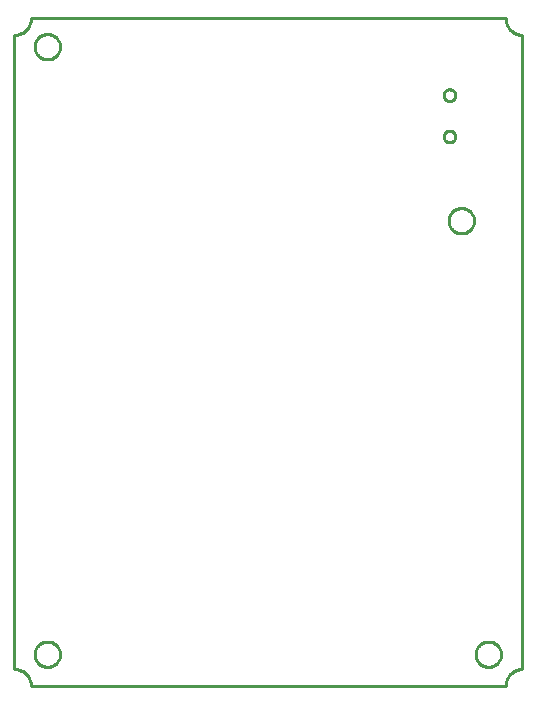
<source format=gbr>
G04 EAGLE Gerber RS-274X export*
G75*
%MOMM*%
%FSLAX34Y34*%
%LPD*%
%IN*%
%IPPOS*%
%AMOC8*
5,1,8,0,0,1.08239X$1,22.5*%
G01*
%ADD10C,0.254000*%


D10*
X0Y14000D02*
X1220Y13947D01*
X2431Y13787D01*
X3623Y13523D01*
X4788Y13156D01*
X5917Y12688D01*
X7000Y12124D01*
X8030Y11468D01*
X8999Y10725D01*
X9900Y9900D01*
X10725Y8999D01*
X11468Y8030D01*
X12124Y7000D01*
X12688Y5917D01*
X13156Y4788D01*
X13523Y3623D01*
X13787Y2431D01*
X13947Y1220D01*
X14000Y0D01*
X416000Y0D01*
X416053Y1220D01*
X416213Y2431D01*
X416477Y3623D01*
X416844Y4788D01*
X417312Y5917D01*
X417876Y7000D01*
X418532Y8030D01*
X419275Y8999D01*
X420101Y9900D01*
X421001Y10725D01*
X421970Y11468D01*
X423000Y12124D01*
X424083Y12688D01*
X425212Y13156D01*
X426377Y13523D01*
X427569Y13787D01*
X428780Y13947D01*
X430000Y14000D01*
X430000Y551000D01*
X428780Y551053D01*
X427569Y551213D01*
X426377Y551477D01*
X425212Y551844D01*
X424083Y552312D01*
X423000Y552876D01*
X421970Y553532D01*
X421001Y554275D01*
X420101Y555101D01*
X419275Y556001D01*
X418532Y556970D01*
X417876Y558000D01*
X417312Y559083D01*
X416844Y560212D01*
X416477Y561377D01*
X416213Y562569D01*
X416053Y563780D01*
X416000Y565000D01*
X14000Y565000D01*
X13947Y563780D01*
X13787Y562569D01*
X13523Y561377D01*
X13156Y560212D01*
X12688Y559083D01*
X12124Y558000D01*
X11468Y556970D01*
X10725Y556001D01*
X9900Y555101D01*
X8999Y554275D01*
X8030Y553532D01*
X7000Y552876D01*
X5917Y552312D01*
X4788Y551844D01*
X3623Y551477D01*
X2431Y551213D01*
X1220Y551053D01*
X0Y551000D01*
X0Y14000D01*
X38690Y26248D02*
X38624Y25406D01*
X38492Y24571D01*
X38294Y23750D01*
X38033Y22946D01*
X37710Y22166D01*
X37327Y21413D01*
X36885Y20693D01*
X36389Y20010D01*
X35840Y19367D01*
X35243Y18770D01*
X34600Y18221D01*
X33917Y17725D01*
X33197Y17283D01*
X32444Y16900D01*
X31664Y16577D01*
X30860Y16316D01*
X30039Y16118D01*
X29205Y15986D01*
X28362Y15920D01*
X27518Y15920D01*
X26676Y15986D01*
X25841Y16118D01*
X25020Y16316D01*
X24216Y16577D01*
X23436Y16900D01*
X22683Y17283D01*
X21963Y17725D01*
X21280Y18221D01*
X20637Y18770D01*
X20040Y19367D01*
X19491Y20010D01*
X18995Y20693D01*
X18553Y21413D01*
X18170Y22166D01*
X17847Y22946D01*
X17586Y23750D01*
X17388Y24571D01*
X17256Y25406D01*
X17190Y26248D01*
X17190Y27092D01*
X17256Y27935D01*
X17388Y28769D01*
X17586Y29590D01*
X17847Y30394D01*
X18170Y31174D01*
X18553Y31927D01*
X18995Y32647D01*
X19491Y33330D01*
X20040Y33973D01*
X20637Y34570D01*
X21280Y35119D01*
X21963Y35615D01*
X22683Y36057D01*
X23436Y36440D01*
X24216Y36763D01*
X25020Y37024D01*
X25841Y37222D01*
X26676Y37354D01*
X27518Y37420D01*
X28362Y37420D01*
X29205Y37354D01*
X30039Y37222D01*
X30860Y37024D01*
X31664Y36763D01*
X32444Y36440D01*
X33197Y36057D01*
X33917Y35615D01*
X34600Y35119D01*
X35243Y34570D01*
X35840Y33973D01*
X36389Y33330D01*
X36885Y32647D01*
X37327Y31927D01*
X37710Y31174D01*
X38033Y30394D01*
X38294Y29590D01*
X38492Y28769D01*
X38624Y27935D01*
X38690Y27092D01*
X38690Y26248D01*
X38690Y540598D02*
X38624Y539756D01*
X38492Y538921D01*
X38294Y538100D01*
X38033Y537296D01*
X37710Y536516D01*
X37327Y535763D01*
X36885Y535043D01*
X36389Y534360D01*
X35840Y533717D01*
X35243Y533120D01*
X34600Y532571D01*
X33917Y532075D01*
X33197Y531633D01*
X32444Y531250D01*
X31664Y530927D01*
X30860Y530666D01*
X30039Y530468D01*
X29205Y530336D01*
X28362Y530270D01*
X27518Y530270D01*
X26676Y530336D01*
X25841Y530468D01*
X25020Y530666D01*
X24216Y530927D01*
X23436Y531250D01*
X22683Y531633D01*
X21963Y532075D01*
X21280Y532571D01*
X20637Y533120D01*
X20040Y533717D01*
X19491Y534360D01*
X18995Y535043D01*
X18553Y535763D01*
X18170Y536516D01*
X17847Y537296D01*
X17586Y538100D01*
X17388Y538921D01*
X17256Y539756D01*
X17190Y540598D01*
X17190Y541442D01*
X17256Y542285D01*
X17388Y543119D01*
X17586Y543940D01*
X17847Y544744D01*
X18170Y545524D01*
X18553Y546277D01*
X18995Y546997D01*
X19491Y547680D01*
X20040Y548323D01*
X20637Y548920D01*
X21280Y549469D01*
X21963Y549965D01*
X22683Y550407D01*
X23436Y550790D01*
X24216Y551113D01*
X25020Y551374D01*
X25841Y551572D01*
X26676Y551704D01*
X27518Y551770D01*
X28362Y551770D01*
X29205Y551704D01*
X30039Y551572D01*
X30860Y551374D01*
X31664Y551113D01*
X32444Y550790D01*
X33197Y550407D01*
X33917Y549965D01*
X34600Y549469D01*
X35243Y548920D01*
X35840Y548323D01*
X36389Y547680D01*
X36885Y546997D01*
X37327Y546277D01*
X37710Y545524D01*
X38033Y544744D01*
X38294Y543940D01*
X38492Y543119D01*
X38624Y542285D01*
X38690Y541442D01*
X38690Y540598D01*
X412070Y26248D02*
X412004Y25406D01*
X411872Y24571D01*
X411674Y23750D01*
X411413Y22946D01*
X411090Y22166D01*
X410707Y21413D01*
X410265Y20693D01*
X409769Y20010D01*
X409220Y19367D01*
X408623Y18770D01*
X407980Y18221D01*
X407297Y17725D01*
X406577Y17283D01*
X405824Y16900D01*
X405044Y16577D01*
X404240Y16316D01*
X403419Y16118D01*
X402585Y15986D01*
X401742Y15920D01*
X400898Y15920D01*
X400056Y15986D01*
X399221Y16118D01*
X398400Y16316D01*
X397596Y16577D01*
X396816Y16900D01*
X396063Y17283D01*
X395343Y17725D01*
X394660Y18221D01*
X394017Y18770D01*
X393420Y19367D01*
X392871Y20010D01*
X392375Y20693D01*
X391933Y21413D01*
X391550Y22166D01*
X391227Y22946D01*
X390966Y23750D01*
X390768Y24571D01*
X390636Y25406D01*
X390570Y26248D01*
X390570Y27092D01*
X390636Y27935D01*
X390768Y28769D01*
X390966Y29590D01*
X391227Y30394D01*
X391550Y31174D01*
X391933Y31927D01*
X392375Y32647D01*
X392871Y33330D01*
X393420Y33973D01*
X394017Y34570D01*
X394660Y35119D01*
X395343Y35615D01*
X396063Y36057D01*
X396816Y36440D01*
X397596Y36763D01*
X398400Y37024D01*
X399221Y37222D01*
X400056Y37354D01*
X400898Y37420D01*
X401742Y37420D01*
X402585Y37354D01*
X403419Y37222D01*
X404240Y37024D01*
X405044Y36763D01*
X405824Y36440D01*
X406577Y36057D01*
X407297Y35615D01*
X407980Y35119D01*
X408623Y34570D01*
X409220Y33973D01*
X409769Y33330D01*
X410265Y32647D01*
X410707Y31927D01*
X411090Y31174D01*
X411413Y30394D01*
X411674Y29590D01*
X411872Y28769D01*
X412004Y27935D01*
X412070Y27092D01*
X412070Y26248D01*
X389210Y393278D02*
X389144Y392436D01*
X389012Y391601D01*
X388814Y390780D01*
X388553Y389976D01*
X388230Y389196D01*
X387847Y388443D01*
X387405Y387723D01*
X386909Y387040D01*
X386360Y386397D01*
X385763Y385800D01*
X385120Y385251D01*
X384437Y384755D01*
X383717Y384313D01*
X382964Y383930D01*
X382184Y383607D01*
X381380Y383346D01*
X380559Y383148D01*
X379725Y383016D01*
X378882Y382950D01*
X378038Y382950D01*
X377196Y383016D01*
X376361Y383148D01*
X375540Y383346D01*
X374736Y383607D01*
X373956Y383930D01*
X373203Y384313D01*
X372483Y384755D01*
X371800Y385251D01*
X371157Y385800D01*
X370560Y386397D01*
X370011Y387040D01*
X369515Y387723D01*
X369073Y388443D01*
X368690Y389196D01*
X368367Y389976D01*
X368106Y390780D01*
X367908Y391601D01*
X367776Y392436D01*
X367710Y393278D01*
X367710Y394122D01*
X367776Y394965D01*
X367908Y395799D01*
X368106Y396620D01*
X368367Y397424D01*
X368690Y398204D01*
X369073Y398957D01*
X369515Y399677D01*
X370011Y400360D01*
X370560Y401003D01*
X371157Y401600D01*
X371800Y402149D01*
X372483Y402645D01*
X373203Y403087D01*
X373956Y403470D01*
X374736Y403793D01*
X375540Y404054D01*
X376361Y404252D01*
X377196Y404384D01*
X378038Y404450D01*
X378882Y404450D01*
X379725Y404384D01*
X380559Y404252D01*
X381380Y404054D01*
X382184Y403793D01*
X382964Y403470D01*
X383717Y403087D01*
X384437Y402645D01*
X385120Y402149D01*
X385763Y401600D01*
X386360Y401003D01*
X386909Y400360D01*
X387405Y399677D01*
X387847Y398957D01*
X388230Y398204D01*
X388553Y397424D01*
X388814Y396620D01*
X389012Y395799D01*
X389144Y394965D01*
X389210Y394122D01*
X389210Y393278D01*
X368741Y469950D02*
X369299Y469887D01*
X369846Y469762D01*
X370376Y469577D01*
X370882Y469333D01*
X371358Y469034D01*
X371797Y468684D01*
X372194Y468287D01*
X372544Y467848D01*
X372843Y467372D01*
X373087Y466866D01*
X373272Y466336D01*
X373397Y465789D01*
X373460Y465231D01*
X373460Y464669D01*
X373397Y464111D01*
X373272Y463564D01*
X373087Y463034D01*
X372843Y462528D01*
X372544Y462052D01*
X372194Y461613D01*
X371797Y461216D01*
X371358Y460866D01*
X370882Y460567D01*
X370376Y460323D01*
X369846Y460138D01*
X369299Y460013D01*
X368741Y459950D01*
X368179Y459950D01*
X367621Y460013D01*
X367074Y460138D01*
X366544Y460323D01*
X366038Y460567D01*
X365562Y460866D01*
X365123Y461216D01*
X364726Y461613D01*
X364376Y462052D01*
X364077Y462528D01*
X363833Y463034D01*
X363648Y463564D01*
X363523Y464111D01*
X363460Y464669D01*
X363460Y465231D01*
X363523Y465789D01*
X363648Y466336D01*
X363833Y466866D01*
X364077Y467372D01*
X364376Y467848D01*
X364726Y468287D01*
X365123Y468684D01*
X365562Y469034D01*
X366038Y469333D01*
X366544Y469577D01*
X367074Y469762D01*
X367621Y469887D01*
X368179Y469950D01*
X368741Y469950D01*
X368741Y504950D02*
X369299Y504887D01*
X369846Y504762D01*
X370376Y504577D01*
X370882Y504333D01*
X371358Y504034D01*
X371797Y503684D01*
X372194Y503287D01*
X372544Y502848D01*
X372843Y502372D01*
X373087Y501866D01*
X373272Y501336D01*
X373397Y500789D01*
X373460Y500231D01*
X373460Y499669D01*
X373397Y499111D01*
X373272Y498564D01*
X373087Y498034D01*
X372843Y497528D01*
X372544Y497052D01*
X372194Y496613D01*
X371797Y496216D01*
X371358Y495866D01*
X370882Y495567D01*
X370376Y495323D01*
X369846Y495138D01*
X369299Y495013D01*
X368741Y494950D01*
X368179Y494950D01*
X367621Y495013D01*
X367074Y495138D01*
X366544Y495323D01*
X366038Y495567D01*
X365562Y495866D01*
X365123Y496216D01*
X364726Y496613D01*
X364376Y497052D01*
X364077Y497528D01*
X363833Y498034D01*
X363648Y498564D01*
X363523Y499111D01*
X363460Y499669D01*
X363460Y500231D01*
X363523Y500789D01*
X363648Y501336D01*
X363833Y501866D01*
X364077Y502372D01*
X364376Y502848D01*
X364726Y503287D01*
X365123Y503684D01*
X365562Y504034D01*
X366038Y504333D01*
X366544Y504577D01*
X367074Y504762D01*
X367621Y504887D01*
X368179Y504950D01*
X368741Y504950D01*
M02*

</source>
